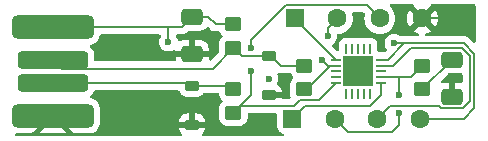
<source format=gbr>
%TF.GenerationSoftware,KiCad,Pcbnew,8.0.7*%
%TF.CreationDate,2025-02-18T21:35:20-08:00*%
%TF.ProjectId,USB_555timer,5553425f-3535-4357-9469-6d65722e6b69,rev?*%
%TF.SameCoordinates,Original*%
%TF.FileFunction,Copper,L1,Top*%
%TF.FilePolarity,Positive*%
%FSLAX46Y46*%
G04 Gerber Fmt 4.6, Leading zero omitted, Abs format (unit mm)*
G04 Created by KiCad (PCBNEW 8.0.7) date 2025-02-18 21:35:20*
%MOMM*%
%LPD*%
G01*
G04 APERTURE LIST*
G04 Aperture macros list*
%AMRoundRect*
0 Rectangle with rounded corners*
0 $1 Rounding radius*
0 $2 $3 $4 $5 $6 $7 $8 $9 X,Y pos of 4 corners*
0 Add a 4 corners polygon primitive as box body*
4,1,4,$2,$3,$4,$5,$6,$7,$8,$9,$2,$3,0*
0 Add four circle primitives for the rounded corners*
1,1,$1+$1,$2,$3*
1,1,$1+$1,$4,$5*
1,1,$1+$1,$6,$7*
1,1,$1+$1,$8,$9*
0 Add four rect primitives between the rounded corners*
20,1,$1+$1,$2,$3,$4,$5,0*
20,1,$1+$1,$4,$5,$6,$7,0*
20,1,$1+$1,$6,$7,$8,$9,0*
20,1,$1+$1,$8,$9,$2,$3,0*%
G04 Aperture macros list end*
%TA.AperFunction,ComponentPad*%
%ADD10RoundRect,0.250000X-0.550000X-0.550000X0.550000X-0.550000X0.550000X0.550000X-0.550000X0.550000X0*%
%TD*%
%TA.AperFunction,ComponentPad*%
%ADD11C,1.600000*%
%TD*%
%TA.AperFunction,SMDPad,CuDef*%
%ADD12RoundRect,0.500000X-3.000000X-0.500000X3.000000X-0.500000X3.000000X0.500000X-3.000000X0.500000X0*%
%TD*%
%TA.AperFunction,SMDPad,CuDef*%
%ADD13RoundRect,0.375000X-2.625000X-0.375000X2.625000X-0.375000X2.625000X0.375000X-2.625000X0.375000X0*%
%TD*%
%TA.AperFunction,SMDPad,CuDef*%
%ADD14RoundRect,0.062500X-0.362500X-0.062500X0.362500X-0.062500X0.362500X0.062500X-0.362500X0.062500X0*%
%TD*%
%TA.AperFunction,SMDPad,CuDef*%
%ADD15RoundRect,0.062500X-0.062500X-0.362500X0.062500X-0.362500X0.062500X0.362500X-0.062500X0.362500X0*%
%TD*%
%TA.AperFunction,HeatsinkPad*%
%ADD16R,2.600000X2.600000*%
%TD*%
%TA.AperFunction,SMDPad,CuDef*%
%ADD17RoundRect,0.250000X0.450000X-0.350000X0.450000X0.350000X-0.450000X0.350000X-0.450000X-0.350000X0*%
%TD*%
%TA.AperFunction,SMDPad,CuDef*%
%ADD18RoundRect,0.250000X-0.450000X0.350000X-0.450000X-0.350000X0.450000X-0.350000X0.450000X0.350000X0*%
%TD*%
%TA.AperFunction,SMDPad,CuDef*%
%ADD19RoundRect,0.250000X0.650000X-0.412500X0.650000X0.412500X-0.650000X0.412500X-0.650000X-0.412500X0*%
%TD*%
%TA.AperFunction,SMDPad,CuDef*%
%ADD20RoundRect,0.225000X-0.375000X0.225000X-0.375000X-0.225000X0.375000X-0.225000X0.375000X0.225000X0*%
%TD*%
%TA.AperFunction,SMDPad,CuDef*%
%ADD21RoundRect,0.250000X-0.650000X0.412500X-0.650000X-0.412500X0.650000X-0.412500X0.650000X0.412500X0*%
%TD*%
%TA.AperFunction,ViaPad*%
%ADD22C,0.600000*%
%TD*%
%TA.AperFunction,Conductor*%
%ADD23C,0.200000*%
%TD*%
G04 APERTURE END LIST*
D10*
%TO.P,J2,1,Pin_1*%
%TO.N,Net-(J2-Pin_1)*%
X155700000Y-95000000D03*
D11*
%TO.P,J2,2,Pin_2*%
%TO.N,Net-(J2-Pin_2)*%
X159300000Y-95000000D03*
%TO.P,J2,3,Pin_3*%
%TO.N,Net-(J2-Pin_3)*%
X162900000Y-95000000D03*
%TO.P,J2,4,Pin_4*%
%TO.N,GND*%
X166500000Y-95000000D03*
%TD*%
D12*
%TO.P,U2,1,Vcc*%
%TO.N,+5V*%
X135225000Y-95750000D03*
D13*
%TO.P,U2,2,D+*%
%TO.N,Net-(D1-K)*%
X135225000Y-98500000D03*
%TO.P,U2,3,D-*%
%TO.N,Net-(D2-K)*%
X135225000Y-100500000D03*
D12*
%TO.P,U2,4,GND*%
%TO.N,GND*%
X135225000Y-103250000D03*
%TD*%
D14*
%TO.P,U1,1,~{RESET}/PB5*%
%TO.N,Net-(J2-Pin_1)*%
X159150000Y-98500000D03*
%TO.P,U1,2,XTAL1/PB3*%
%TO.N,Net-(J2-Pin_2)*%
X159150000Y-99000000D03*
%TO.P,U1,3,NC*%
%TO.N,unconnected-(U1-NC-Pad3)*%
X159150000Y-99500000D03*
%TO.P,U1,4,NC*%
%TO.N,unconnected-(U1-NC-Pad4)*%
X159150000Y-100000000D03*
%TO.P,U1,5,XTAL2/PB4*%
%TO.N,Net-(J2-Pin_3)*%
X159150000Y-100500000D03*
D15*
%TO.P,U1,6,NC*%
%TO.N,unconnected-(U1-NC-Pad6)*%
X160075000Y-101425000D03*
%TO.P,U1,7,NC*%
%TO.N,unconnected-(U1-NC-Pad7)*%
X160575000Y-101425000D03*
%TO.P,U1,8,GND*%
%TO.N,GND*%
X161075000Y-101425000D03*
%TO.P,U1,9,NC*%
%TO.N,unconnected-(U1-NC-Pad9)*%
X161575000Y-101425000D03*
%TO.P,U1,10,NC*%
%TO.N,unconnected-(U1-NC-Pad10)*%
X162075000Y-101425000D03*
D14*
%TO.P,U1,11,AREF/PB0*%
%TO.N,Net-(J1-Pin_1)*%
X163000000Y-100500000D03*
%TO.P,U1,12,PB1*%
%TO.N,Net-(J1-Pin_2)*%
X163000000Y-100000000D03*
%TO.P,U1,13,NC*%
%TO.N,unconnected-(U1-NC-Pad13)*%
X163000000Y-99500000D03*
%TO.P,U1,14,PB2*%
%TO.N,Net-(J1-Pin_3)*%
X163000000Y-99000000D03*
%TO.P,U1,15,VCC*%
%TO.N,+5V*%
X163000000Y-98500000D03*
D15*
%TO.P,U1,16,NC*%
%TO.N,unconnected-(U1-NC-Pad16)*%
X162075000Y-97575000D03*
%TO.P,U1,17,NC*%
%TO.N,unconnected-(U1-NC-Pad17)*%
X161575000Y-97575000D03*
%TO.P,U1,18,NC*%
%TO.N,unconnected-(U1-NC-Pad18)*%
X161075000Y-97575000D03*
%TO.P,U1,19,NC*%
%TO.N,unconnected-(U1-NC-Pad19)*%
X160575000Y-97575000D03*
%TO.P,U1,20,NC*%
%TO.N,unconnected-(U1-NC-Pad20)*%
X160075000Y-97575000D03*
D16*
%TO.P,U1,21,GND*%
%TO.N,GND*%
X161075000Y-99500000D03*
%TD*%
D17*
%TO.P,R4,2*%
%TO.N,Net-(D1-K)*%
X156500000Y-99000000D03*
%TO.P,R4,1*%
%TO.N,Net-(J2-Pin_2)*%
X156500000Y-101000000D03*
%TD*%
D18*
%TO.P,R3,1*%
%TO.N,+5V*%
X150500000Y-95500000D03*
%TO.P,R3,2*%
%TO.N,Net-(D1-K)*%
X150500000Y-97500000D03*
%TD*%
%TO.P,R2,1*%
%TO.N,Net-(J1-Pin_2)*%
X166500000Y-99000000D03*
%TO.P,R2,2*%
%TO.N,Net-(D3-A)*%
X166500000Y-101000000D03*
%TD*%
D17*
%TO.P,R1,1*%
%TO.N,Net-(J2-Pin_3)*%
X150500000Y-103000000D03*
%TO.P,R1,2*%
%TO.N,Net-(D2-K)*%
X150500000Y-101000000D03*
%TD*%
D19*
%TO.P,D3,1,K*%
%TO.N,GND*%
X169000000Y-101625000D03*
%TO.P,D3,2,A*%
%TO.N,Net-(D3-A)*%
X169000000Y-98500000D03*
%TD*%
D20*
%TO.P,D2,1,K*%
%TO.N,Net-(D2-K)*%
X147000000Y-100700000D03*
%TO.P,D2,2,A*%
%TO.N,GND*%
X147000000Y-104000000D03*
%TD*%
%TO.P,D1,1,K*%
%TO.N,Net-(D1-K)*%
X153500000Y-98200000D03*
%TO.P,D1,2,A*%
%TO.N,GND*%
X153500000Y-101500000D03*
%TD*%
D21*
%TO.P,C1,1*%
%TO.N,+5V*%
X147000000Y-94875000D03*
%TO.P,C1,2*%
%TO.N,GND*%
X147000000Y-98000000D03*
%TD*%
D11*
%TO.P,J1,4,Pin_4*%
%TO.N,+5V*%
X166300000Y-103500000D03*
%TO.P,J1,3,Pin_3*%
%TO.N,Net-(J1-Pin_3)*%
X162700000Y-103500000D03*
%TO.P,J1,2,Pin_2*%
%TO.N,Net-(J1-Pin_2)*%
X159100000Y-103500000D03*
D10*
%TO.P,J1,1,Pin_1*%
%TO.N,Net-(J1-Pin_1)*%
X155500000Y-103500000D03*
%TD*%
D22*
%TO.N,GND*%
X168500000Y-95000000D03*
%TO.N,+5V*%
X153500000Y-100100000D03*
%TO.N,GND*%
X147000000Y-98000000D03*
X147000000Y-104000000D03*
X153500000Y-101500000D03*
X169000000Y-101625000D03*
X169000000Y-100000000D03*
X167500000Y-94000000D03*
X165500000Y-94000000D03*
X165500000Y-96000000D03*
X167500000Y-96000000D03*
X147000000Y-96500000D03*
X145000000Y-98000000D03*
X148500000Y-98000000D03*
X139000000Y-101500000D03*
X139500000Y-103000000D03*
X139500000Y-104500000D03*
X147000000Y-102500000D03*
X145000000Y-104000000D03*
%TO.N,+5V*%
X145000000Y-97000000D03*
X164100000Y-97100000D03*
%TO.N,Net-(J1-Pin_2)*%
X164500000Y-101500000D03*
X164500000Y-103000000D03*
%TO.N,Net-(J2-Pin_3)*%
X152000000Y-99500000D03*
X152000000Y-97500000D03*
%TO.N,Net-(J2-Pin_2)*%
X158000000Y-98500000D03*
X158500000Y-96500000D03*
%TD*%
D23*
%TO.N,GND*%
X166500000Y-95000000D02*
X168500000Y-95000000D01*
%TO.N,Net-(J2-Pin_3)*%
X156100000Y-101900000D02*
X157750000Y-101900000D01*
X157750000Y-101900000D02*
X159150000Y-100500000D01*
X155600000Y-102400000D02*
X156100000Y-101900000D01*
X151100000Y-102400000D02*
X155600000Y-102400000D01*
X150500000Y-103000000D02*
X151100000Y-102400000D01*
%TO.N,+5V*%
X145000000Y-97000000D02*
X145000000Y-95750000D01*
X145000000Y-95750000D02*
X146125000Y-95750000D01*
X135225000Y-95750000D02*
X145000000Y-95750000D01*
X164965686Y-97100000D02*
X164100000Y-97100000D01*
%TO.N,Net-(J1-Pin_1)*%
X163000000Y-101500000D02*
X163000000Y-100500000D01*
X162100000Y-102400000D02*
X163000000Y-101500000D01*
X156600000Y-102400000D02*
X162100000Y-102400000D01*
X155500000Y-103500000D02*
X156600000Y-102400000D01*
%TO.N,Net-(J1-Pin_2)*%
X164500000Y-101500000D02*
X164500000Y-100000000D01*
X164500000Y-100000000D02*
X163000000Y-100000000D01*
X165500000Y-100000000D02*
X164500000Y-100000000D01*
X164500000Y-104000000D02*
X164500000Y-103000000D01*
X160200000Y-104600000D02*
X163900000Y-104600000D01*
X163900000Y-104600000D02*
X164500000Y-104000000D01*
X159100000Y-103500000D02*
X160200000Y-104600000D01*
%TO.N,+5V*%
X170000000Y-103500000D02*
X170900000Y-102600000D01*
X166300000Y-103500000D02*
X170000000Y-103500000D01*
%TO.N,Net-(J1-Pin_3)*%
X170500000Y-102000000D02*
X170500000Y-98152756D01*
X169912500Y-102587500D02*
X170500000Y-102000000D01*
X168087500Y-102587500D02*
X169912500Y-102587500D01*
X167900000Y-102400000D02*
X168087500Y-102587500D01*
X163800000Y-102400000D02*
X167900000Y-102400000D01*
X162700000Y-103500000D02*
X163800000Y-102400000D01*
%TO.N,+5V*%
X147000000Y-94875000D02*
X148375000Y-94875000D01*
X149000000Y-95500000D02*
X150500000Y-95500000D01*
X148375000Y-94875000D02*
X149000000Y-95500000D01*
%TO.N,Net-(J2-Pin_3)*%
X152000000Y-101500000D02*
X150500000Y-103000000D01*
X152000000Y-99500000D02*
X152000000Y-101500000D01*
X152000000Y-96815256D02*
X152000000Y-97500000D01*
X154915256Y-93900000D02*
X152000000Y-96815256D01*
X161800000Y-93900000D02*
X154915256Y-93900000D01*
X162900000Y-95000000D02*
X161800000Y-93900000D01*
X162900000Y-95100000D02*
X162500000Y-95500000D01*
X162900000Y-95000000D02*
X162900000Y-95100000D01*
%TO.N,Net-(D3-A)*%
X169000000Y-98500000D02*
X166500000Y-101000000D01*
%TO.N,+5V*%
X164965686Y-97100000D02*
X163565686Y-98500000D01*
X170012930Y-97100000D02*
X164965686Y-97100000D01*
X170900000Y-97987070D02*
X170012930Y-97100000D01*
X170900000Y-102600000D02*
X170900000Y-97987070D01*
%TO.N,Net-(J1-Pin_2)*%
X166500000Y-99000000D02*
X165500000Y-100000000D01*
%TO.N,Net-(J1-Pin_3)*%
X169847244Y-97500000D02*
X165500000Y-97500000D01*
X165500000Y-97500000D02*
X164000000Y-99000000D01*
X164000000Y-99000000D02*
X163000000Y-99000000D01*
X170500000Y-98152756D02*
X169847244Y-97500000D01*
%TO.N,+5V*%
X163565686Y-98500000D02*
X163000000Y-98500000D01*
%TO.N,Net-(J2-Pin_2)*%
X158500000Y-99000000D02*
X159150000Y-99000000D01*
X158000000Y-98500000D02*
X158500000Y-99000000D01*
X158500000Y-95800000D02*
X158500000Y-96500000D01*
X159300000Y-95000000D02*
X158500000Y-95800000D01*
%TO.N,Net-(J2-Pin_1)*%
X155700000Y-95050000D02*
X159150000Y-98500000D01*
X155700000Y-95000000D02*
X155700000Y-95050000D01*
%TO.N,Net-(J2-Pin_2)*%
X158710614Y-99000000D02*
X159150000Y-99000000D01*
X156710614Y-101000000D02*
X158710614Y-99000000D01*
X156500000Y-101000000D02*
X156710614Y-101000000D01*
%TO.N,Net-(D1-K)*%
X153700000Y-98200000D02*
X154500000Y-99000000D01*
X153500000Y-98200000D02*
X153700000Y-98200000D01*
X154500000Y-99000000D02*
X156500000Y-99000000D01*
X151200000Y-98200000D02*
X150500000Y-97500000D01*
X153500000Y-98200000D02*
X151200000Y-98200000D01*
%TO.N,Net-(D2-K)*%
X150200000Y-100700000D02*
X150500000Y-101000000D01*
X147000000Y-100700000D02*
X150200000Y-100700000D01*
X146800000Y-100500000D02*
X147000000Y-100700000D01*
X135225000Y-100500000D02*
X146800000Y-100500000D01*
%TO.N,Net-(D1-K)*%
X148750000Y-99250000D02*
X150500000Y-97500000D01*
X135975000Y-99250000D02*
X148750000Y-99250000D01*
X135225000Y-98500000D02*
X135975000Y-99250000D01*
%TO.N,+5V*%
X146125000Y-95750000D02*
X147000000Y-94875000D01*
%TD*%
%TA.AperFunction,Conductor*%
%TO.N,GND*%
G36*
X145896358Y-101120185D02*
G01*
X145942113Y-101172989D01*
X145947025Y-101185496D01*
X145962996Y-101233694D01*
X145963001Y-101233705D01*
X146052029Y-101378040D01*
X146052032Y-101378044D01*
X146171955Y-101497967D01*
X146171959Y-101497970D01*
X146316294Y-101586998D01*
X146316297Y-101586999D01*
X146316303Y-101587003D01*
X146477292Y-101640349D01*
X146576655Y-101650500D01*
X147423344Y-101650499D01*
X147423352Y-101650498D01*
X147423355Y-101650498D01*
X147477760Y-101644940D01*
X147522708Y-101640349D01*
X147683697Y-101587003D01*
X147828044Y-101497968D01*
X147947968Y-101378044D01*
X147959465Y-101359403D01*
X148011412Y-101312679D01*
X148065004Y-101300500D01*
X149177357Y-101300500D01*
X149244396Y-101320185D01*
X149290151Y-101372989D01*
X149300715Y-101411898D01*
X149310001Y-101502797D01*
X149310001Y-101502799D01*
X149365185Y-101669331D01*
X149365187Y-101669336D01*
X149371305Y-101679255D01*
X149455993Y-101816557D01*
X149457289Y-101818657D01*
X149550951Y-101912319D01*
X149584436Y-101973642D01*
X149579452Y-102043334D01*
X149550951Y-102087681D01*
X149457289Y-102181342D01*
X149365187Y-102330663D01*
X149365186Y-102330666D01*
X149310001Y-102497203D01*
X149310001Y-102497204D01*
X149310000Y-102497204D01*
X149299500Y-102599983D01*
X149299500Y-103400001D01*
X149299501Y-103400019D01*
X149310000Y-103502796D01*
X149310001Y-103502799D01*
X149343388Y-103603552D01*
X149365186Y-103669334D01*
X149457288Y-103818656D01*
X149581344Y-103942712D01*
X149730666Y-104034814D01*
X149897203Y-104089999D01*
X149999991Y-104100500D01*
X151000008Y-104100499D01*
X151000016Y-104100498D01*
X151000019Y-104100498D01*
X151056302Y-104094748D01*
X151102797Y-104089999D01*
X151269334Y-104034814D01*
X151418656Y-103942712D01*
X151542712Y-103818656D01*
X151634814Y-103669334D01*
X151689999Y-103502797D01*
X151700500Y-103400009D01*
X151700500Y-103124500D01*
X151720185Y-103057461D01*
X151772989Y-103011706D01*
X151824500Y-103000500D01*
X154075500Y-103000500D01*
X154142539Y-103020185D01*
X154188294Y-103072989D01*
X154199500Y-103124500D01*
X154199500Y-104100001D01*
X154199501Y-104100019D01*
X154210000Y-104202796D01*
X154210001Y-104202799D01*
X154243248Y-104303129D01*
X154265186Y-104369334D01*
X154357288Y-104518656D01*
X154481344Y-104642712D01*
X154630666Y-104734814D01*
X154700016Y-104757794D01*
X154757461Y-104797567D01*
X154784284Y-104862083D01*
X154771969Y-104930858D01*
X154724426Y-104982058D01*
X154661012Y-104999500D01*
X147925167Y-104999500D01*
X147858128Y-104979815D01*
X147812373Y-104927011D01*
X147802429Y-104857853D01*
X147831454Y-104794297D01*
X147837486Y-104787819D01*
X147947572Y-104677732D01*
X147947575Y-104677728D01*
X148036542Y-104533492D01*
X148036547Y-104533481D01*
X148089855Y-104372606D01*
X148099999Y-104273322D01*
X148100000Y-104273309D01*
X148100000Y-104250000D01*
X145900001Y-104250000D01*
X145900001Y-104273322D01*
X145910144Y-104372607D01*
X145963452Y-104533481D01*
X145963457Y-104533492D01*
X146052424Y-104677728D01*
X146052427Y-104677732D01*
X146162514Y-104787819D01*
X146195999Y-104849142D01*
X146191015Y-104918834D01*
X146149143Y-104974767D01*
X146083679Y-104999184D01*
X146074833Y-104999500D01*
X132124500Y-104999500D01*
X132057461Y-104979815D01*
X132011706Y-104927011D01*
X132000500Y-104875500D01*
X132000500Y-104870710D01*
X132020185Y-104803671D01*
X132072989Y-104757916D01*
X132135484Y-104747197D01*
X132167004Y-104750000D01*
X133465001Y-104750000D01*
X133465001Y-104749999D01*
X134078552Y-104749999D01*
X134078553Y-104750000D01*
X136371448Y-104750000D01*
X136371448Y-104749999D01*
X135225000Y-103603552D01*
X135224999Y-103603552D01*
X134078552Y-104749999D01*
X133465001Y-104749999D01*
X133473011Y-104730661D01*
X133472421Y-104729581D01*
X133477405Y-104659889D01*
X133505906Y-104615542D01*
X134960543Y-103160905D01*
X135021866Y-103127420D01*
X135091558Y-103132404D01*
X135135905Y-103160905D01*
X135225000Y-103250000D01*
X135314095Y-103160905D01*
X135375418Y-103127420D01*
X135445110Y-103132404D01*
X135489457Y-103160905D01*
X136944094Y-104615542D01*
X136977579Y-104676865D01*
X136974211Y-104723953D01*
X136985000Y-104750000D01*
X138282998Y-104750000D01*
X138283000Y-104749999D01*
X138402325Y-104739391D01*
X138402328Y-104739390D01*
X138597861Y-104683442D01*
X138778129Y-104589278D01*
X138935753Y-104460753D01*
X139064278Y-104303129D01*
X139158442Y-104122861D01*
X139214390Y-103927328D01*
X139214391Y-103927325D01*
X139224999Y-103808000D01*
X139225000Y-103807998D01*
X139225000Y-103726677D01*
X145900000Y-103726677D01*
X145900000Y-103750000D01*
X146750000Y-103750000D01*
X147250000Y-103750000D01*
X148099999Y-103750000D01*
X148099999Y-103726692D01*
X148099998Y-103726677D01*
X148089855Y-103627392D01*
X148036547Y-103466518D01*
X148036542Y-103466507D01*
X147947575Y-103322271D01*
X147947572Y-103322267D01*
X147827732Y-103202427D01*
X147827728Y-103202424D01*
X147683492Y-103113457D01*
X147683481Y-103113452D01*
X147522606Y-103060144D01*
X147423322Y-103050000D01*
X147250000Y-103050000D01*
X147250000Y-103750000D01*
X146750000Y-103750000D01*
X146750000Y-103050000D01*
X146576693Y-103050000D01*
X146576676Y-103050001D01*
X146477392Y-103060144D01*
X146316518Y-103113452D01*
X146316507Y-103113457D01*
X146172271Y-103202424D01*
X146172267Y-103202427D01*
X146052427Y-103322267D01*
X146052424Y-103322271D01*
X145963457Y-103466507D01*
X145963452Y-103466518D01*
X145910144Y-103627393D01*
X145900000Y-103726677D01*
X139225000Y-103726677D01*
X139225000Y-102692002D01*
X139224999Y-102691999D01*
X139214391Y-102572674D01*
X139214390Y-102572671D01*
X139158442Y-102377138D01*
X139064278Y-102196870D01*
X138935753Y-102039246D01*
X138778129Y-101910721D01*
X138597862Y-101816557D01*
X138443234Y-101772313D01*
X138384196Y-101734945D01*
X138354733Y-101671592D01*
X138364198Y-101602366D01*
X138399656Y-101556453D01*
X138472722Y-101497722D01*
X138592030Y-101349296D01*
X138616231Y-101300500D01*
X138679628Y-101172671D01*
X138681535Y-101173617D01*
X138717131Y-101125590D01*
X138782478Y-101100860D01*
X138791916Y-101100500D01*
X145829319Y-101100500D01*
X145896358Y-101120185D01*
G37*
%TD.AperFunction*%
%TA.AperFunction,Conductor*%
G36*
X154374311Y-99588005D02*
G01*
X154420943Y-99600501D01*
X154420946Y-99600501D01*
X154586653Y-99600501D01*
X154586669Y-99600500D01*
X155254092Y-99600500D01*
X155321131Y-99620185D01*
X155359636Y-99664271D01*
X155361395Y-99663187D01*
X155365185Y-99669332D01*
X155365186Y-99669334D01*
X155451687Y-99809575D01*
X155457289Y-99818657D01*
X155550951Y-99912319D01*
X155584436Y-99973642D01*
X155579452Y-100043334D01*
X155550951Y-100087681D01*
X155457289Y-100181342D01*
X155365187Y-100330663D01*
X155365185Y-100330668D01*
X155355548Y-100359752D01*
X155310001Y-100497203D01*
X155310001Y-100497204D01*
X155310000Y-100497204D01*
X155299500Y-100599983D01*
X155299500Y-101400001D01*
X155299501Y-101400019D01*
X155310000Y-101502796D01*
X155330346Y-101564195D01*
X155354305Y-101636497D01*
X155356707Y-101706324D01*
X155320976Y-101766366D01*
X155258455Y-101797559D01*
X155236599Y-101799500D01*
X154700862Y-101799500D01*
X154633823Y-101779815D01*
X154613181Y-101763181D01*
X154600000Y-101750000D01*
X153624000Y-101750000D01*
X153556961Y-101730315D01*
X153511206Y-101677511D01*
X153500000Y-101626000D01*
X153500000Y-101374000D01*
X153519685Y-101306961D01*
X153572489Y-101261206D01*
X153624000Y-101250000D01*
X154599999Y-101250000D01*
X154599999Y-101226692D01*
X154599998Y-101226677D01*
X154589855Y-101127392D01*
X154536547Y-100966518D01*
X154536542Y-100966507D01*
X154447575Y-100822271D01*
X154447572Y-100822267D01*
X154327732Y-100702427D01*
X154327728Y-100702424D01*
X154246157Y-100652110D01*
X154199432Y-100600162D01*
X154188211Y-100531200D01*
X154206260Y-100480601D01*
X154225789Y-100449522D01*
X154285368Y-100279255D01*
X154285369Y-100279249D01*
X154305565Y-100100003D01*
X154305565Y-100099996D01*
X154285369Y-99920750D01*
X154285366Y-99920737D01*
X154225180Y-99748736D01*
X154221618Y-99678957D01*
X154256346Y-99618330D01*
X154318340Y-99586102D01*
X154374311Y-99588005D01*
G37*
%TD.AperFunction*%
%TA.AperFunction,Conductor*%
G36*
X169831590Y-99669343D02*
G01*
X169882475Y-99717223D01*
X169899500Y-99779932D01*
X169899500Y-100345569D01*
X169879815Y-100412608D01*
X169827011Y-100458363D01*
X169762899Y-100468927D01*
X169699991Y-100462500D01*
X169250000Y-100462500D01*
X169250000Y-101501000D01*
X169230315Y-101568039D01*
X169177511Y-101613794D01*
X169126000Y-101625000D01*
X168874000Y-101625000D01*
X168806961Y-101605315D01*
X168761206Y-101552511D01*
X168750000Y-101501000D01*
X168750000Y-100462500D01*
X168300028Y-100462500D01*
X168300012Y-100462501D01*
X168190569Y-100473682D01*
X168190389Y-100471924D01*
X168129534Y-100467363D01*
X168073744Y-100425300D01*
X168049551Y-100359752D01*
X168064637Y-100291531D01*
X168085580Y-100263653D01*
X168649916Y-99699318D01*
X168711239Y-99665833D01*
X168737597Y-99662999D01*
X169700002Y-99662999D01*
X169700008Y-99662999D01*
X169762899Y-99656574D01*
X169831590Y-99669343D01*
G37*
%TD.AperFunction*%
%TA.AperFunction,Conductor*%
G36*
X161857514Y-98484501D02*
G01*
X161857674Y-98483905D01*
X161865524Y-98486008D01*
X161865526Y-98486008D01*
X161865528Y-98486009D01*
X161968661Y-98499586D01*
X162032556Y-98527852D01*
X162071028Y-98586176D01*
X162075414Y-98606341D01*
X162088989Y-98709469D01*
X162091094Y-98717322D01*
X162087814Y-98718200D01*
X162093581Y-98772073D01*
X162090517Y-98782522D01*
X162091095Y-98782677D01*
X162088990Y-98790529D01*
X162074500Y-98900598D01*
X162074500Y-99099403D01*
X162088989Y-99209468D01*
X162091094Y-99217322D01*
X162087814Y-99218200D01*
X162093581Y-99272073D01*
X162090517Y-99282522D01*
X162091095Y-99282677D01*
X162088990Y-99290529D01*
X162074500Y-99400598D01*
X162074500Y-99599403D01*
X162088989Y-99709468D01*
X162091094Y-99717322D01*
X162087814Y-99718200D01*
X162093581Y-99772073D01*
X162090517Y-99782522D01*
X162091095Y-99782677D01*
X162088990Y-99790529D01*
X162074500Y-99900598D01*
X162074500Y-100099403D01*
X162088989Y-100209468D01*
X162091094Y-100217322D01*
X162087814Y-100218200D01*
X162093581Y-100272073D01*
X162090517Y-100282522D01*
X162091095Y-100282677D01*
X162088991Y-100290528D01*
X162075413Y-100393661D01*
X162047146Y-100457557D01*
X161988822Y-100496028D01*
X161968658Y-100500414D01*
X161865530Y-100513989D01*
X161857678Y-100516094D01*
X161856802Y-100512824D01*
X161802853Y-100518567D01*
X161792477Y-100515518D01*
X161792323Y-100516095D01*
X161784470Y-100513990D01*
X161674401Y-100499500D01*
X161475596Y-100499500D01*
X161365529Y-100513989D01*
X161357681Y-100516093D01*
X161356856Y-100513015D01*
X161302229Y-100518842D01*
X161292355Y-100515989D01*
X161292197Y-100516582D01*
X161284346Y-100514478D01*
X161200000Y-100503373D01*
X161200000Y-100531494D01*
X161180315Y-100598533D01*
X161151466Y-100629885D01*
X161150466Y-100630652D01*
X161085292Y-100655833D01*
X161016850Y-100641781D01*
X160999534Y-100630652D01*
X160998534Y-100629885D01*
X160957319Y-100573466D01*
X160950000Y-100531494D01*
X160950000Y-100503373D01*
X160865658Y-100514478D01*
X160857806Y-100516582D01*
X160856917Y-100513264D01*
X160802804Y-100518709D01*
X160792444Y-100515630D01*
X160792320Y-100516094D01*
X160784472Y-100513991D01*
X160674401Y-100499500D01*
X160475596Y-100499500D01*
X160365531Y-100513989D01*
X160357678Y-100516094D01*
X160356802Y-100512824D01*
X160302853Y-100518567D01*
X160292477Y-100515518D01*
X160292323Y-100516095D01*
X160284473Y-100513991D01*
X160284472Y-100513991D01*
X160250299Y-100509492D01*
X160181338Y-100500413D01*
X160117442Y-100472146D01*
X160078971Y-100413822D01*
X160074585Y-100393658D01*
X160061009Y-100290528D01*
X160061008Y-100290526D01*
X160061008Y-100290524D01*
X160058905Y-100282674D01*
X160062207Y-100281789D01*
X160056392Y-100228075D01*
X160059501Y-100217485D01*
X160058905Y-100217326D01*
X160061008Y-100209475D01*
X160061008Y-100209474D01*
X160061009Y-100209472D01*
X160075500Y-100099401D01*
X160075499Y-99900600D01*
X160075354Y-99899501D01*
X160064712Y-99818657D01*
X160061009Y-99790528D01*
X160061008Y-99790525D01*
X160058905Y-99782674D01*
X160062207Y-99781789D01*
X160056392Y-99728075D01*
X160059501Y-99717485D01*
X160058905Y-99717326D01*
X160061008Y-99709475D01*
X160061008Y-99709474D01*
X160061009Y-99709472D01*
X160075500Y-99599401D01*
X160075499Y-99400600D01*
X160061009Y-99290528D01*
X160061008Y-99290525D01*
X160058905Y-99282674D01*
X160062207Y-99281789D01*
X160056392Y-99228075D01*
X160059501Y-99217485D01*
X160058905Y-99217326D01*
X160061008Y-99209475D01*
X160061008Y-99209474D01*
X160061009Y-99209472D01*
X160075500Y-99099401D01*
X160075499Y-98900600D01*
X160061009Y-98790528D01*
X160061008Y-98790525D01*
X160058905Y-98782674D01*
X160062207Y-98781789D01*
X160056392Y-98728075D01*
X160059501Y-98717485D01*
X160058905Y-98717326D01*
X160061008Y-98709475D01*
X160061008Y-98709474D01*
X160061009Y-98709472D01*
X160074586Y-98606337D01*
X160102852Y-98542443D01*
X160161176Y-98503971D01*
X160181337Y-98499585D01*
X160284472Y-98486009D01*
X160284474Y-98486008D01*
X160284475Y-98486008D01*
X160292326Y-98483905D01*
X160293210Y-98487207D01*
X160346925Y-98481392D01*
X160357514Y-98484501D01*
X160357674Y-98483905D01*
X160365524Y-98486008D01*
X160365526Y-98486008D01*
X160365528Y-98486009D01*
X160475599Y-98500500D01*
X160674400Y-98500499D01*
X160674401Y-98500499D01*
X160691087Y-98498302D01*
X160784472Y-98486009D01*
X160784475Y-98486007D01*
X160792326Y-98483905D01*
X160793210Y-98487207D01*
X160846925Y-98481392D01*
X160857514Y-98484501D01*
X160857674Y-98483905D01*
X160865524Y-98486008D01*
X160865526Y-98486008D01*
X160865528Y-98486009D01*
X160975599Y-98500500D01*
X161174400Y-98500499D01*
X161174401Y-98500499D01*
X161191087Y-98498302D01*
X161284472Y-98486009D01*
X161284475Y-98486007D01*
X161292326Y-98483905D01*
X161293210Y-98487207D01*
X161346925Y-98481392D01*
X161357514Y-98484501D01*
X161357674Y-98483905D01*
X161365524Y-98486008D01*
X161365526Y-98486008D01*
X161365528Y-98486009D01*
X161475599Y-98500500D01*
X161674400Y-98500499D01*
X161674401Y-98500499D01*
X161691087Y-98498302D01*
X161784472Y-98486009D01*
X161784475Y-98486007D01*
X161792326Y-98483905D01*
X161793210Y-98487207D01*
X161846925Y-98481392D01*
X161857514Y-98484501D01*
G37*
%TD.AperFunction*%
%TA.AperFunction,Conductor*%
G36*
X148368149Y-95733231D02*
G01*
X148412497Y-95761732D01*
X148515139Y-95864374D01*
X148515149Y-95864385D01*
X148519479Y-95868715D01*
X148519480Y-95868716D01*
X148631284Y-95980520D01*
X148631286Y-95980521D01*
X148631290Y-95980524D01*
X148730841Y-96037999D01*
X148768216Y-96059577D01*
X148880019Y-96089534D01*
X148920942Y-96100500D01*
X148920943Y-96100500D01*
X149254092Y-96100500D01*
X149321131Y-96120185D01*
X149359636Y-96164271D01*
X149361395Y-96163187D01*
X149365185Y-96169332D01*
X149365186Y-96169334D01*
X149454806Y-96314632D01*
X149457289Y-96318657D01*
X149550951Y-96412319D01*
X149584436Y-96473642D01*
X149579452Y-96543334D01*
X149550951Y-96587681D01*
X149457289Y-96681342D01*
X149365187Y-96830663D01*
X149365185Y-96830668D01*
X149358937Y-96849523D01*
X149310001Y-96997203D01*
X149310001Y-96997204D01*
X149310000Y-96997204D01*
X149299500Y-97099983D01*
X149299500Y-97799901D01*
X149279815Y-97866940D01*
X149263181Y-97887582D01*
X148611681Y-98539083D01*
X148550358Y-98572568D01*
X148480667Y-98567584D01*
X148424733Y-98525713D01*
X148400316Y-98460248D01*
X148400000Y-98451402D01*
X148400000Y-98250000D01*
X145600001Y-98250000D01*
X145600001Y-98462484D01*
X145605152Y-98512897D01*
X145592383Y-98581590D01*
X145544503Y-98632475D01*
X145481794Y-98649500D01*
X138849500Y-98649500D01*
X138782461Y-98629815D01*
X138736706Y-98577011D01*
X138725500Y-98525500D01*
X138725499Y-98048878D01*
X138722600Y-98006111D01*
X138676641Y-97821307D01*
X138666025Y-97799901D01*
X138592032Y-97650707D01*
X138592030Y-97650704D01*
X138553091Y-97602262D01*
X138472722Y-97502278D01*
X138400135Y-97443931D01*
X138360218Y-97386588D01*
X138357638Y-97316766D01*
X138393217Y-97256634D01*
X138443709Y-97228071D01*
X138598049Y-97183909D01*
X138778407Y-97089698D01*
X138936109Y-96961109D01*
X139064698Y-96803407D01*
X139158909Y-96623049D01*
X139211174Y-96440387D01*
X139248541Y-96381351D01*
X139311895Y-96351887D01*
X139330390Y-96350500D01*
X144238339Y-96350500D01*
X144305378Y-96370185D01*
X144351133Y-96422989D01*
X144361077Y-96492147D01*
X144343332Y-96540473D01*
X144274211Y-96650475D01*
X144214631Y-96820745D01*
X144214630Y-96820750D01*
X144194435Y-96999996D01*
X144194435Y-97000003D01*
X144214630Y-97179249D01*
X144214631Y-97179254D01*
X144274211Y-97349523D01*
X144295735Y-97383778D01*
X144370184Y-97502262D01*
X144497738Y-97629816D01*
X144555807Y-97666303D01*
X144644374Y-97721954D01*
X144650478Y-97725789D01*
X144721098Y-97750500D01*
X144820745Y-97785368D01*
X144820750Y-97785369D01*
X144999996Y-97805565D01*
X145000000Y-97805565D01*
X145000004Y-97805565D01*
X145179249Y-97785369D01*
X145179252Y-97785368D01*
X145179255Y-97785368D01*
X145349522Y-97725789D01*
X145355626Y-97721954D01*
X145410027Y-97687771D01*
X145477264Y-97668770D01*
X145544099Y-97689137D01*
X145571954Y-97721954D01*
X145600000Y-97750000D01*
X146750000Y-97750000D01*
X147250000Y-97750000D01*
X148399999Y-97750000D01*
X148399999Y-97537528D01*
X148399998Y-97537513D01*
X148389505Y-97434802D01*
X148334358Y-97268380D01*
X148334356Y-97268375D01*
X148242315Y-97119154D01*
X148118345Y-96995184D01*
X147969124Y-96903143D01*
X147969119Y-96903141D01*
X147802697Y-96847994D01*
X147802690Y-96847993D01*
X147699986Y-96837500D01*
X147250000Y-96837500D01*
X147250000Y-97750000D01*
X146750000Y-97750000D01*
X146750000Y-96837500D01*
X146300028Y-96837500D01*
X146300012Y-96837501D01*
X146197302Y-96847994D01*
X146030880Y-96903141D01*
X146030871Y-96903146D01*
X145976425Y-96936728D01*
X145909032Y-96955168D01*
X145842369Y-96934245D01*
X145797600Y-96880602D01*
X145788109Y-96845074D01*
X145785368Y-96820745D01*
X145725789Y-96650478D01*
X145725788Y-96650475D01*
X145656668Y-96540473D01*
X145637667Y-96473236D01*
X145658034Y-96406401D01*
X145711302Y-96361186D01*
X145761661Y-96350500D01*
X146038331Y-96350500D01*
X146038347Y-96350501D01*
X146045943Y-96350501D01*
X146204054Y-96350501D01*
X146204057Y-96350501D01*
X146356785Y-96309577D01*
X146418040Y-96274211D01*
X146493716Y-96230520D01*
X146605520Y-96118716D01*
X146605520Y-96118714D01*
X146615722Y-96108513D01*
X146615725Y-96108508D01*
X146649919Y-96074314D01*
X146711241Y-96040832D01*
X146737597Y-96037999D01*
X147700002Y-96037999D01*
X147700008Y-96037999D01*
X147802797Y-96027499D01*
X147969334Y-95972314D01*
X148118656Y-95880212D01*
X148237138Y-95761729D01*
X148298457Y-95728247D01*
X148368149Y-95733231D01*
G37*
%TD.AperFunction*%
%TA.AperFunction,Conductor*%
G36*
X165716783Y-93820185D02*
G01*
X165762538Y-93872989D01*
X165770028Y-93916476D01*
X166499999Y-94646446D01*
X167230646Y-93915800D01*
X167240492Y-93866808D01*
X167289107Y-93816625D01*
X167350254Y-93800500D01*
X170875500Y-93800500D01*
X170942539Y-93820185D01*
X170988294Y-93872989D01*
X170999500Y-93924500D01*
X170999500Y-96937973D01*
X170979815Y-97005012D01*
X170927011Y-97050767D01*
X170857853Y-97060711D01*
X170794297Y-97031686D01*
X170787819Y-97025654D01*
X170500520Y-96738355D01*
X170500518Y-96738352D01*
X170381647Y-96619481D01*
X170381639Y-96619475D01*
X170279866Y-96560717D01*
X170279864Y-96560716D01*
X170244720Y-96540425D01*
X170244719Y-96540424D01*
X170218322Y-96533351D01*
X170091987Y-96499499D01*
X169933873Y-96499499D01*
X169926277Y-96499499D01*
X169926261Y-96499500D01*
X166868480Y-96499500D01*
X166801441Y-96479815D01*
X166755686Y-96427011D01*
X166745742Y-96357853D01*
X166774767Y-96294297D01*
X166833545Y-96256523D01*
X166836387Y-96255725D01*
X166946317Y-96226269D01*
X166946331Y-96226264D01*
X167152478Y-96130136D01*
X167225471Y-96079024D01*
X166500000Y-95353553D01*
X165774526Y-96079025D01*
X165847513Y-96130132D01*
X165847521Y-96130136D01*
X166053668Y-96226264D01*
X166053682Y-96226269D01*
X166163613Y-96255725D01*
X166223274Y-96292090D01*
X166253803Y-96354937D01*
X166245508Y-96424312D01*
X166201023Y-96478190D01*
X166134471Y-96499465D01*
X166131520Y-96499500D01*
X165052355Y-96499500D01*
X165052339Y-96499499D01*
X165044743Y-96499499D01*
X164886629Y-96499499D01*
X164879033Y-96499499D01*
X164879017Y-96499500D01*
X164682412Y-96499500D01*
X164615373Y-96479815D01*
X164605097Y-96472445D01*
X164602263Y-96470185D01*
X164602262Y-96470184D01*
X164527152Y-96422989D01*
X164449523Y-96374211D01*
X164279254Y-96314631D01*
X164279249Y-96314630D01*
X164100004Y-96294435D01*
X164099996Y-96294435D01*
X163920750Y-96314630D01*
X163920745Y-96314631D01*
X163750476Y-96374211D01*
X163597737Y-96470184D01*
X163470184Y-96597737D01*
X163374211Y-96750476D01*
X163314631Y-96920745D01*
X163314630Y-96920750D01*
X163294435Y-97099996D01*
X163294435Y-97100003D01*
X163314630Y-97279249D01*
X163314631Y-97279254D01*
X163374211Y-97449523D01*
X163473141Y-97606968D01*
X163492141Y-97674205D01*
X163471773Y-97741040D01*
X163455829Y-97760621D01*
X163378267Y-97838182D01*
X163316947Y-97871666D01*
X163290588Y-97874500D01*
X162824499Y-97874500D01*
X162757460Y-97854815D01*
X162711705Y-97802011D01*
X162700499Y-97750500D01*
X162700499Y-97175596D01*
X162686011Y-97065536D01*
X162686009Y-97065529D01*
X162686009Y-97065528D01*
X162629279Y-96928571D01*
X162539036Y-96810964D01*
X162421429Y-96720721D01*
X162421425Y-96720719D01*
X162284472Y-96663991D01*
X162284470Y-96663990D01*
X162174401Y-96649500D01*
X161975596Y-96649500D01*
X161865531Y-96663989D01*
X161857678Y-96666094D01*
X161856802Y-96662824D01*
X161802853Y-96668567D01*
X161792477Y-96665518D01*
X161792323Y-96666095D01*
X161784470Y-96663990D01*
X161674401Y-96649500D01*
X161475596Y-96649500D01*
X161365531Y-96663989D01*
X161357678Y-96666094D01*
X161356802Y-96662824D01*
X161302853Y-96668567D01*
X161292477Y-96665518D01*
X161292323Y-96666095D01*
X161284470Y-96663990D01*
X161174401Y-96649500D01*
X160975596Y-96649500D01*
X160865531Y-96663989D01*
X160857678Y-96666094D01*
X160856802Y-96662824D01*
X160802853Y-96668567D01*
X160792477Y-96665518D01*
X160792323Y-96666095D01*
X160784470Y-96663990D01*
X160674401Y-96649500D01*
X160475596Y-96649500D01*
X160365531Y-96663989D01*
X160357678Y-96666094D01*
X160356802Y-96662824D01*
X160302853Y-96668567D01*
X160292477Y-96665518D01*
X160292323Y-96666095D01*
X160284470Y-96663990D01*
X160174401Y-96649500D01*
X159975596Y-96649500D01*
X159865536Y-96663988D01*
X159865527Y-96663991D01*
X159728574Y-96720719D01*
X159728571Y-96720720D01*
X159728571Y-96720721D01*
X159610964Y-96810964D01*
X159526723Y-96920750D01*
X159520719Y-96928574D01*
X159463991Y-97065527D01*
X159463990Y-97065529D01*
X159452807Y-97150478D01*
X159449501Y-97175596D01*
X159449500Y-97175605D01*
X159449500Y-97650902D01*
X159429815Y-97717941D01*
X159377011Y-97763696D01*
X159307853Y-97773640D01*
X159244297Y-97744615D01*
X159237819Y-97738583D01*
X158883014Y-97383778D01*
X158849529Y-97322455D01*
X158854513Y-97252763D01*
X158896385Y-97196830D01*
X158904707Y-97191113D01*
X159002262Y-97129816D01*
X159129816Y-97002262D01*
X159225789Y-96849522D01*
X159285368Y-96679255D01*
X159285369Y-96679249D01*
X159305565Y-96500003D01*
X159305565Y-96499998D01*
X159302007Y-96468422D01*
X159298040Y-96433215D01*
X159310094Y-96364395D01*
X159357443Y-96313015D01*
X159410450Y-96295804D01*
X159526692Y-96285635D01*
X159746496Y-96226739D01*
X159952734Y-96130568D01*
X160139139Y-96000047D01*
X160300047Y-95839139D01*
X160430568Y-95652734D01*
X160526739Y-95446496D01*
X160585635Y-95226692D01*
X160605468Y-95000000D01*
X160585635Y-94773308D01*
X160565992Y-94700000D01*
X160554362Y-94656593D01*
X160556025Y-94586743D01*
X160595188Y-94528881D01*
X160659417Y-94501377D01*
X160674137Y-94500500D01*
X161499903Y-94500500D01*
X161566942Y-94520185D01*
X161587584Y-94536819D01*
X161608058Y-94557293D01*
X161641543Y-94618616D01*
X161640152Y-94677067D01*
X161614366Y-94773302D01*
X161614364Y-94773313D01*
X161594532Y-94999998D01*
X161594532Y-95000001D01*
X161614364Y-95226686D01*
X161614366Y-95226697D01*
X161673258Y-95446488D01*
X161673261Y-95446497D01*
X161769431Y-95652732D01*
X161769432Y-95652734D01*
X161899954Y-95839141D01*
X162060858Y-96000045D01*
X162060861Y-96000047D01*
X162247266Y-96130568D01*
X162453504Y-96226739D01*
X162673308Y-96285635D01*
X162835230Y-96299801D01*
X162899998Y-96305468D01*
X162900000Y-96305468D01*
X162900002Y-96305468D01*
X162956796Y-96300499D01*
X163126692Y-96285635D01*
X163346496Y-96226739D01*
X163552734Y-96130568D01*
X163739139Y-96000047D01*
X163900047Y-95839139D01*
X164030568Y-95652734D01*
X164126739Y-95446496D01*
X164185635Y-95226692D01*
X164205468Y-95000000D01*
X164205468Y-94999997D01*
X165195034Y-94999997D01*
X165195034Y-95000002D01*
X165214858Y-95226599D01*
X165214860Y-95226610D01*
X165273730Y-95446317D01*
X165273735Y-95446331D01*
X165369863Y-95652478D01*
X165420974Y-95725472D01*
X166146446Y-95000001D01*
X166146446Y-94999999D01*
X166106951Y-94960504D01*
X166200000Y-94960504D01*
X166200000Y-95039496D01*
X166220444Y-95115796D01*
X166259940Y-95184205D01*
X166315795Y-95240060D01*
X166384204Y-95279556D01*
X166460504Y-95300000D01*
X166539496Y-95300000D01*
X166615796Y-95279556D01*
X166684205Y-95240060D01*
X166740060Y-95184205D01*
X166779556Y-95115796D01*
X166800000Y-95039496D01*
X166800000Y-94999999D01*
X166853553Y-94999999D01*
X166853553Y-95000000D01*
X167579024Y-95725471D01*
X167630136Y-95652478D01*
X167726264Y-95446331D01*
X167726269Y-95446317D01*
X167785139Y-95226610D01*
X167785141Y-95226599D01*
X167804966Y-95000002D01*
X167804966Y-94999997D01*
X167785141Y-94773400D01*
X167785139Y-94773389D01*
X167726269Y-94553682D01*
X167726264Y-94553668D01*
X167630136Y-94347521D01*
X167630132Y-94347513D01*
X167579025Y-94274526D01*
X166853553Y-94999999D01*
X166800000Y-94999999D01*
X166800000Y-94960504D01*
X166779556Y-94884204D01*
X166740060Y-94815795D01*
X166684205Y-94759940D01*
X166615796Y-94720444D01*
X166539496Y-94700000D01*
X166460504Y-94700000D01*
X166384204Y-94720444D01*
X166315795Y-94759940D01*
X166259940Y-94815795D01*
X166220444Y-94884204D01*
X166200000Y-94960504D01*
X166106951Y-94960504D01*
X165420974Y-94274526D01*
X165420973Y-94274526D01*
X165369868Y-94347512D01*
X165369866Y-94347516D01*
X165273734Y-94553673D01*
X165273730Y-94553682D01*
X165214860Y-94773389D01*
X165214858Y-94773400D01*
X165195034Y-94999997D01*
X164205468Y-94999997D01*
X164185635Y-94773308D01*
X164126739Y-94553504D01*
X164030568Y-94347266D01*
X163900047Y-94160861D01*
X163900045Y-94160858D01*
X163751368Y-94012181D01*
X163717883Y-93950858D01*
X163722867Y-93881166D01*
X163764739Y-93825233D01*
X163830203Y-93800816D01*
X163839049Y-93800500D01*
X165649744Y-93800500D01*
X165716783Y-93820185D01*
G37*
%TD.AperFunction*%
%TD*%
M02*

</source>
